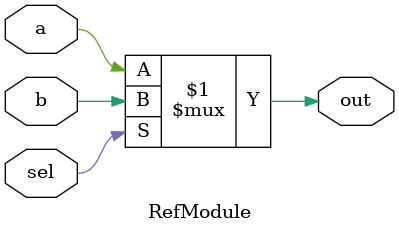
<source format=v>
module RefModule (
  input a,
  input b,
  input sel,
  output out
);

  assign out = sel ? b : a;

endmodule
</source>
